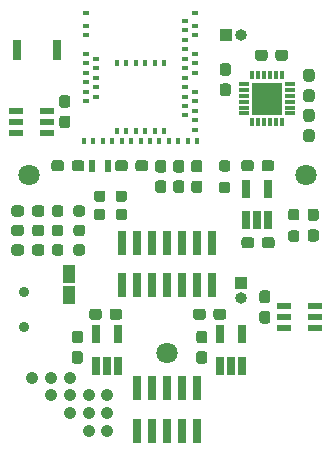
<source format=gbr>
%TF.GenerationSoftware,KiCad,Pcbnew,(5.1.8)-1*%
%TF.CreationDate,2021-09-07T20:43:03-04:00*%
%TF.ProjectId,mainboard_v1,6d61696e-626f-4617-9264-5f76312e6b69,rev?*%
%TF.SameCoordinates,Original*%
%TF.FileFunction,Soldermask,Top*%
%TF.FilePolarity,Negative*%
%FSLAX46Y46*%
G04 Gerber Fmt 4.6, Leading zero omitted, Abs format (unit mm)*
G04 Created by KiCad (PCBNEW (5.1.8)-1) date 2021-09-07 20:43:03*
%MOMM*%
%LPD*%
G01*
G04 APERTURE LIST*
%ADD10R,0.800000X1.700000*%
%ADD11C,1.050000*%
%ADD12R,0.760000X2.050000*%
%ADD13R,1.150000X0.600000*%
%ADD14C,1.800000*%
%ADD15O,1.000000X1.000000*%
%ADD16R,1.000000X1.000000*%
%ADD17R,1.100000X1.550000*%
%ADD18R,0.650000X1.560000*%
%ADD19R,0.600000X1.100000*%
%ADD20R,0.650000X2.150000*%
%ADD21R,0.850000X0.350000*%
%ADD22R,0.350000X0.800000*%
%ADD23R,2.600000X2.700000*%
%ADD24R,0.400000X0.600000*%
%ADD25R,0.600000X0.400000*%
%ADD26C,0.900000*%
G04 APERTURE END LIST*
D10*
%TO.C,S1*%
X180650000Y-97380000D03*
X177250000Y-97380000D03*
%TD*%
D11*
%TO.C,J20*%
X181720000Y-125130000D03*
%TD*%
%TO.C,J19*%
X180120000Y-125130000D03*
%TD*%
%TO.C,J18*%
X180120000Y-126630000D03*
%TD*%
%TO.C,J17*%
X178520000Y-125130000D03*
%TD*%
%TO.C,J16*%
X183320000Y-128130000D03*
%TD*%
%TO.C,J15*%
X183320000Y-126630000D03*
%TD*%
%TO.C,J14*%
X184920000Y-128130000D03*
%TD*%
%TO.C,J13*%
X181720000Y-128130000D03*
%TD*%
%TO.C,J12*%
X183320000Y-129630000D03*
%TD*%
%TO.C,J11*%
X184920000Y-126630000D03*
%TD*%
%TO.C,J10*%
X184920000Y-129630000D03*
%TD*%
%TO.C,J9*%
X181720000Y-126630000D03*
%TD*%
D12*
%TO.C,J6*%
X186190000Y-117275000D03*
X186190000Y-113725000D03*
X187460000Y-117275000D03*
X187460000Y-113725000D03*
X188730000Y-117275000D03*
X188730000Y-113725000D03*
X190000000Y-117275000D03*
X190000000Y-113725000D03*
X191270000Y-117275000D03*
X191270000Y-113725000D03*
X192540000Y-117275000D03*
X192540000Y-113725000D03*
X193810000Y-117275000D03*
X193810000Y-113725000D03*
%TD*%
D13*
%TO.C,IC2*%
X199910000Y-120950000D03*
X199910000Y-120000000D03*
X199910000Y-119050000D03*
X202510000Y-119050000D03*
X202510000Y-120000000D03*
X202510000Y-120950000D03*
%TD*%
%TO.C,IC1*%
X179810000Y-102510000D03*
X179810000Y-103460000D03*
X179810000Y-104410000D03*
X177210000Y-104410000D03*
X177210000Y-103460000D03*
X177210000Y-102510000D03*
%TD*%
D14*
%TO.C,H1*%
X190000000Y-123000000D03*
%TD*%
D15*
%TO.C,J4*%
X196230000Y-96070000D03*
D16*
X194960000Y-96070000D03*
%TD*%
D17*
%TO.C,C9*%
X181680000Y-116380000D03*
X181680000Y-118080000D03*
%TD*%
D18*
%TO.C,U7*%
X194430000Y-121430000D03*
X196330000Y-121430000D03*
X196330000Y-124130000D03*
X195380000Y-124130000D03*
X194430000Y-124130000D03*
%TD*%
%TO.C,C18*%
G36*
G01*
X192672500Y-122875000D02*
X193147500Y-122875000D01*
G75*
G02*
X193385000Y-123112500I0J-237500D01*
G01*
X193385000Y-123712500D01*
G75*
G02*
X193147500Y-123950000I-237500J0D01*
G01*
X192672500Y-123950000D01*
G75*
G02*
X192435000Y-123712500I0J237500D01*
G01*
X192435000Y-123112500D01*
G75*
G02*
X192672500Y-122875000I237500J0D01*
G01*
G37*
G36*
G01*
X192672500Y-121150000D02*
X193147500Y-121150000D01*
G75*
G02*
X193385000Y-121387500I0J-237500D01*
G01*
X193385000Y-121987500D01*
G75*
G02*
X193147500Y-122225000I-237500J0D01*
G01*
X192672500Y-122225000D01*
G75*
G02*
X192435000Y-121987500I0J237500D01*
G01*
X192435000Y-121387500D01*
G75*
G02*
X192672500Y-121150000I237500J0D01*
G01*
G37*
%TD*%
%TO.C,C17*%
G36*
G01*
X193895000Y-119997500D02*
X193895000Y-119522500D01*
G75*
G02*
X194132500Y-119285000I237500J0D01*
G01*
X194732500Y-119285000D01*
G75*
G02*
X194970000Y-119522500I0J-237500D01*
G01*
X194970000Y-119997500D01*
G75*
G02*
X194732500Y-120235000I-237500J0D01*
G01*
X194132500Y-120235000D01*
G75*
G02*
X193895000Y-119997500I0J237500D01*
G01*
G37*
G36*
G01*
X192170000Y-119997500D02*
X192170000Y-119522500D01*
G75*
G02*
X192407500Y-119285000I237500J0D01*
G01*
X193007500Y-119285000D01*
G75*
G02*
X193245000Y-119522500I0J-237500D01*
G01*
X193245000Y-119997500D01*
G75*
G02*
X193007500Y-120235000I-237500J0D01*
G01*
X192407500Y-120235000D01*
G75*
G02*
X192170000Y-119997500I0J237500D01*
G01*
G37*
%TD*%
D19*
%TO.C,XTAL1*%
X185010000Y-107180000D03*
X183610000Y-107180000D03*
%TD*%
%TO.C,C16*%
G36*
G01*
X197995000Y-113927500D02*
X197995000Y-113452500D01*
G75*
G02*
X198232500Y-113215000I237500J0D01*
G01*
X198832500Y-113215000D01*
G75*
G02*
X199070000Y-113452500I0J-237500D01*
G01*
X199070000Y-113927500D01*
G75*
G02*
X198832500Y-114165000I-237500J0D01*
G01*
X198232500Y-114165000D01*
G75*
G02*
X197995000Y-113927500I0J237500D01*
G01*
G37*
G36*
G01*
X196270000Y-113927500D02*
X196270000Y-113452500D01*
G75*
G02*
X196507500Y-113215000I237500J0D01*
G01*
X197107500Y-113215000D01*
G75*
G02*
X197345000Y-113452500I0J-237500D01*
G01*
X197345000Y-113927500D01*
G75*
G02*
X197107500Y-114165000I-237500J0D01*
G01*
X196507500Y-114165000D01*
G75*
G02*
X196270000Y-113927500I0J237500D01*
G01*
G37*
%TD*%
%TO.C,C15*%
G36*
G01*
X197965000Y-107417500D02*
X197965000Y-106942500D01*
G75*
G02*
X198202500Y-106705000I237500J0D01*
G01*
X198802500Y-106705000D01*
G75*
G02*
X199040000Y-106942500I0J-237500D01*
G01*
X199040000Y-107417500D01*
G75*
G02*
X198802500Y-107655000I-237500J0D01*
G01*
X198202500Y-107655000D01*
G75*
G02*
X197965000Y-107417500I0J237500D01*
G01*
G37*
G36*
G01*
X196240000Y-107417500D02*
X196240000Y-106942500D01*
G75*
G02*
X196477500Y-106705000I237500J0D01*
G01*
X197077500Y-106705000D01*
G75*
G02*
X197315000Y-106942500I0J-237500D01*
G01*
X197315000Y-107417500D01*
G75*
G02*
X197077500Y-107655000I-237500J0D01*
G01*
X196477500Y-107655000D01*
G75*
G02*
X196240000Y-107417500I0J237500D01*
G01*
G37*
%TD*%
%TO.C,C14*%
G36*
G01*
X191197500Y-107765000D02*
X190722500Y-107765000D01*
G75*
G02*
X190485000Y-107527500I0J237500D01*
G01*
X190485000Y-106927500D01*
G75*
G02*
X190722500Y-106690000I237500J0D01*
G01*
X191197500Y-106690000D01*
G75*
G02*
X191435000Y-106927500I0J-237500D01*
G01*
X191435000Y-107527500D01*
G75*
G02*
X191197500Y-107765000I-237500J0D01*
G01*
G37*
G36*
G01*
X191197500Y-109490000D02*
X190722500Y-109490000D01*
G75*
G02*
X190485000Y-109252500I0J237500D01*
G01*
X190485000Y-108652500D01*
G75*
G02*
X190722500Y-108415000I237500J0D01*
G01*
X191197500Y-108415000D01*
G75*
G02*
X191435000Y-108652500I0J-237500D01*
G01*
X191435000Y-109252500D01*
G75*
G02*
X191197500Y-109490000I-237500J0D01*
G01*
G37*
%TD*%
D14*
%TO.C,H3*%
X201750000Y-108000000D03*
%TD*%
%TO.C,H2*%
X178250000Y-108000000D03*
%TD*%
D20*
%TO.C,J5*%
X187460000Y-129675000D03*
X188730000Y-129675000D03*
X190000000Y-129675000D03*
X191270000Y-129675000D03*
X192540000Y-129675000D03*
X187460000Y-126025000D03*
X188730000Y-126025000D03*
X190000000Y-126025000D03*
X191270000Y-126025000D03*
X192540000Y-126025000D03*
%TD*%
%TO.C,C12*%
G36*
G01*
X181072500Y-102925000D02*
X181547500Y-102925000D01*
G75*
G02*
X181785000Y-103162500I0J-237500D01*
G01*
X181785000Y-103762500D01*
G75*
G02*
X181547500Y-104000000I-237500J0D01*
G01*
X181072500Y-104000000D01*
G75*
G02*
X180835000Y-103762500I0J237500D01*
G01*
X180835000Y-103162500D01*
G75*
G02*
X181072500Y-102925000I237500J0D01*
G01*
G37*
G36*
G01*
X181072500Y-101200000D02*
X181547500Y-101200000D01*
G75*
G02*
X181785000Y-101437500I0J-237500D01*
G01*
X181785000Y-102037500D01*
G75*
G02*
X181547500Y-102275000I-237500J0D01*
G01*
X181072500Y-102275000D01*
G75*
G02*
X180835000Y-102037500I0J237500D01*
G01*
X180835000Y-101437500D01*
G75*
G02*
X181072500Y-101200000I237500J0D01*
G01*
G37*
%TD*%
%TO.C,C8*%
G36*
G01*
X198012500Y-119465000D02*
X198487500Y-119465000D01*
G75*
G02*
X198725000Y-119702500I0J-237500D01*
G01*
X198725000Y-120302500D01*
G75*
G02*
X198487500Y-120540000I-237500J0D01*
G01*
X198012500Y-120540000D01*
G75*
G02*
X197775000Y-120302500I0J237500D01*
G01*
X197775000Y-119702500D01*
G75*
G02*
X198012500Y-119465000I237500J0D01*
G01*
G37*
G36*
G01*
X198012500Y-117740000D02*
X198487500Y-117740000D01*
G75*
G02*
X198725000Y-117977500I0J-237500D01*
G01*
X198725000Y-118577500D01*
G75*
G02*
X198487500Y-118815000I-237500J0D01*
G01*
X198012500Y-118815000D01*
G75*
G02*
X197775000Y-118577500I0J237500D01*
G01*
X197775000Y-117977500D01*
G75*
G02*
X198012500Y-117740000I237500J0D01*
G01*
G37*
%TD*%
D21*
%TO.C,U5*%
X196455000Y-102750000D03*
X196455000Y-102250000D03*
X196455000Y-101750000D03*
X196455000Y-101250000D03*
X196455000Y-100750000D03*
X196455000Y-100250000D03*
D22*
X197180000Y-99500000D03*
X197680000Y-99500000D03*
X198180000Y-99500000D03*
X198680000Y-99500000D03*
X199180000Y-99500000D03*
X199680000Y-99500000D03*
D21*
X200405000Y-100250000D03*
X200405000Y-100750000D03*
X200405000Y-101250000D03*
X200405000Y-101750000D03*
X200405000Y-102250000D03*
X200405000Y-102750000D03*
D22*
X199680000Y-103500000D03*
X199180000Y-103500000D03*
X198680000Y-103500000D03*
X198180000Y-103500000D03*
X197680000Y-103500000D03*
D23*
X198430000Y-101500000D03*
D22*
X197180000Y-103500000D03*
%TD*%
%TO.C,C7*%
G36*
G01*
X194662500Y-100215000D02*
X195137500Y-100215000D01*
G75*
G02*
X195375000Y-100452500I0J-237500D01*
G01*
X195375000Y-101052500D01*
G75*
G02*
X195137500Y-101290000I-237500J0D01*
G01*
X194662500Y-101290000D01*
G75*
G02*
X194425000Y-101052500I0J237500D01*
G01*
X194425000Y-100452500D01*
G75*
G02*
X194662500Y-100215000I237500J0D01*
G01*
G37*
G36*
G01*
X194662500Y-98490000D02*
X195137500Y-98490000D01*
G75*
G02*
X195375000Y-98727500I0J-237500D01*
G01*
X195375000Y-99327500D01*
G75*
G02*
X195137500Y-99565000I-237500J0D01*
G01*
X194662500Y-99565000D01*
G75*
G02*
X194425000Y-99327500I0J237500D01*
G01*
X194425000Y-98727500D01*
G75*
G02*
X194662500Y-98490000I237500J0D01*
G01*
G37*
%TD*%
%TO.C,C4*%
G36*
G01*
X201742500Y-100705000D02*
X202217500Y-100705000D01*
G75*
G02*
X202455000Y-100942500I0J-237500D01*
G01*
X202455000Y-101542500D01*
G75*
G02*
X202217500Y-101780000I-237500J0D01*
G01*
X201742500Y-101780000D01*
G75*
G02*
X201505000Y-101542500I0J237500D01*
G01*
X201505000Y-100942500D01*
G75*
G02*
X201742500Y-100705000I237500J0D01*
G01*
G37*
G36*
G01*
X201742500Y-98980000D02*
X202217500Y-98980000D01*
G75*
G02*
X202455000Y-99217500I0J-237500D01*
G01*
X202455000Y-99817500D01*
G75*
G02*
X202217500Y-100055000I-237500J0D01*
G01*
X201742500Y-100055000D01*
G75*
G02*
X201505000Y-99817500I0J237500D01*
G01*
X201505000Y-99217500D01*
G75*
G02*
X201742500Y-98980000I237500J0D01*
G01*
G37*
%TD*%
%TO.C,C3*%
G36*
G01*
X202217500Y-103455000D02*
X201742500Y-103455000D01*
G75*
G02*
X201505000Y-103217500I0J237500D01*
G01*
X201505000Y-102617500D01*
G75*
G02*
X201742500Y-102380000I237500J0D01*
G01*
X202217500Y-102380000D01*
G75*
G02*
X202455000Y-102617500I0J-237500D01*
G01*
X202455000Y-103217500D01*
G75*
G02*
X202217500Y-103455000I-237500J0D01*
G01*
G37*
G36*
G01*
X202217500Y-105180000D02*
X201742500Y-105180000D01*
G75*
G02*
X201505000Y-104942500I0J237500D01*
G01*
X201505000Y-104342500D01*
G75*
G02*
X201742500Y-104105000I237500J0D01*
G01*
X202217500Y-104105000D01*
G75*
G02*
X202455000Y-104342500I0J-237500D01*
G01*
X202455000Y-104942500D01*
G75*
G02*
X202217500Y-105180000I-237500J0D01*
G01*
G37*
%TD*%
%TO.C,C1*%
G36*
G01*
X199135000Y-98057500D02*
X199135000Y-97582500D01*
G75*
G02*
X199372500Y-97345000I237500J0D01*
G01*
X199972500Y-97345000D01*
G75*
G02*
X200210000Y-97582500I0J-237500D01*
G01*
X200210000Y-98057500D01*
G75*
G02*
X199972500Y-98295000I-237500J0D01*
G01*
X199372500Y-98295000D01*
G75*
G02*
X199135000Y-98057500I0J237500D01*
G01*
G37*
G36*
G01*
X197410000Y-98057500D02*
X197410000Y-97582500D01*
G75*
G02*
X197647500Y-97345000I237500J0D01*
G01*
X198247500Y-97345000D01*
G75*
G02*
X198485000Y-97582500I0J-237500D01*
G01*
X198485000Y-98057500D01*
G75*
G02*
X198247500Y-98295000I-237500J0D01*
G01*
X197647500Y-98295000D01*
G75*
G02*
X197410000Y-98057500I0J237500D01*
G01*
G37*
%TD*%
D18*
%TO.C,U4*%
X183910000Y-121420000D03*
X185810000Y-121420000D03*
X185810000Y-124120000D03*
X184860000Y-124120000D03*
X183910000Y-124120000D03*
%TD*%
%TO.C,U3*%
X196630000Y-109110000D03*
X198530000Y-109110000D03*
X198530000Y-111810000D03*
X197580000Y-111810000D03*
X196630000Y-111810000D03*
%TD*%
D24*
%TO.C,U1*%
X189720000Y-98520000D03*
X188920000Y-98520000D03*
X188120000Y-98520000D03*
X187320000Y-98520000D03*
X186520000Y-98520000D03*
X185720000Y-98520000D03*
D25*
X192370000Y-94220000D03*
X191470000Y-94920000D03*
X192370000Y-95320000D03*
X191470000Y-95720000D03*
X192370000Y-96120000D03*
X191470000Y-96520000D03*
X191470000Y-97320000D03*
X192370000Y-97720000D03*
X191470000Y-98120000D03*
X192370000Y-98520000D03*
X191470000Y-98920000D03*
X192370000Y-99320000D03*
X191470000Y-99720000D03*
X191470000Y-100520000D03*
X192370000Y-100920000D03*
X191470000Y-101320000D03*
X192370000Y-101720000D03*
X191470000Y-102120000D03*
X192370000Y-102520000D03*
X191470000Y-102920000D03*
X192370000Y-103320000D03*
X192370000Y-104120000D03*
D24*
X192520000Y-105120000D03*
X191720000Y-105120000D03*
X190920000Y-105120000D03*
X190120000Y-105120000D03*
X189720000Y-104220000D03*
X189320000Y-105120000D03*
X188920000Y-104220000D03*
X188520000Y-105120000D03*
X188120000Y-104220000D03*
X187720000Y-105120000D03*
X187320000Y-104220000D03*
X186920000Y-105120000D03*
X186520000Y-104220000D03*
X186120000Y-105120000D03*
X185720000Y-104220000D03*
X185320000Y-105120000D03*
X184520000Y-105120000D03*
X183720000Y-105120000D03*
X182920000Y-105120000D03*
D25*
X183070000Y-101720000D03*
X183970000Y-101320000D03*
X183070000Y-100920000D03*
X183970000Y-100520000D03*
X183070000Y-100120000D03*
X183970000Y-99720000D03*
X183070000Y-99320000D03*
X183970000Y-98920000D03*
X183070000Y-98520000D03*
X183970000Y-98120000D03*
X183070000Y-97720000D03*
X183070000Y-96120000D03*
X183070000Y-95320000D03*
X183070000Y-94220000D03*
%TD*%
%TO.C,C2*%
G36*
G01*
X189677500Y-107765000D02*
X189202500Y-107765000D01*
G75*
G02*
X188965000Y-107527500I0J237500D01*
G01*
X188965000Y-106927500D01*
G75*
G02*
X189202500Y-106690000I237500J0D01*
G01*
X189677500Y-106690000D01*
G75*
G02*
X189915000Y-106927500I0J-237500D01*
G01*
X189915000Y-107527500D01*
G75*
G02*
X189677500Y-107765000I-237500J0D01*
G01*
G37*
G36*
G01*
X189677500Y-109490000D02*
X189202500Y-109490000D01*
G75*
G02*
X188965000Y-109252500I0J237500D01*
G01*
X188965000Y-108652500D01*
G75*
G02*
X189202500Y-108415000I237500J0D01*
G01*
X189677500Y-108415000D01*
G75*
G02*
X189915000Y-108652500I0J-237500D01*
G01*
X189915000Y-109252500D01*
G75*
G02*
X189677500Y-109490000I-237500J0D01*
G01*
G37*
%TD*%
%TO.C,C5*%
G36*
G01*
X181245000Y-106942500D02*
X181245000Y-107417500D01*
G75*
G02*
X181007500Y-107655000I-237500J0D01*
G01*
X180407500Y-107655000D01*
G75*
G02*
X180170000Y-107417500I0J237500D01*
G01*
X180170000Y-106942500D01*
G75*
G02*
X180407500Y-106705000I237500J0D01*
G01*
X181007500Y-106705000D01*
G75*
G02*
X181245000Y-106942500I0J-237500D01*
G01*
G37*
G36*
G01*
X182970000Y-106942500D02*
X182970000Y-107417500D01*
G75*
G02*
X182732500Y-107655000I-237500J0D01*
G01*
X182132500Y-107655000D01*
G75*
G02*
X181895000Y-107417500I0J237500D01*
G01*
X181895000Y-106942500D01*
G75*
G02*
X182132500Y-106705000I237500J0D01*
G01*
X182732500Y-106705000D01*
G75*
G02*
X182970000Y-106942500I0J-237500D01*
G01*
G37*
%TD*%
%TO.C,C6*%
G36*
G01*
X185570000Y-107417500D02*
X185570000Y-106942500D01*
G75*
G02*
X185807500Y-106705000I237500J0D01*
G01*
X186407500Y-106705000D01*
G75*
G02*
X186645000Y-106942500I0J-237500D01*
G01*
X186645000Y-107417500D01*
G75*
G02*
X186407500Y-107655000I-237500J0D01*
G01*
X185807500Y-107655000D01*
G75*
G02*
X185570000Y-107417500I0J237500D01*
G01*
G37*
G36*
G01*
X187295000Y-107417500D02*
X187295000Y-106942500D01*
G75*
G02*
X187532500Y-106705000I237500J0D01*
G01*
X188132500Y-106705000D01*
G75*
G02*
X188370000Y-106942500I0J-237500D01*
G01*
X188370000Y-107417500D01*
G75*
G02*
X188132500Y-107655000I-237500J0D01*
G01*
X187532500Y-107655000D01*
G75*
G02*
X187295000Y-107417500I0J237500D01*
G01*
G37*
%TD*%
%TO.C,C10*%
G36*
G01*
X184445000Y-119512500D02*
X184445000Y-119987500D01*
G75*
G02*
X184207500Y-120225000I-237500J0D01*
G01*
X183607500Y-120225000D01*
G75*
G02*
X183370000Y-119987500I0J237500D01*
G01*
X183370000Y-119512500D01*
G75*
G02*
X183607500Y-119275000I237500J0D01*
G01*
X184207500Y-119275000D01*
G75*
G02*
X184445000Y-119512500I0J-237500D01*
G01*
G37*
G36*
G01*
X186170000Y-119512500D02*
X186170000Y-119987500D01*
G75*
G02*
X185932500Y-120225000I-237500J0D01*
G01*
X185332500Y-120225000D01*
G75*
G02*
X185095000Y-119987500I0J237500D01*
G01*
X185095000Y-119512500D01*
G75*
G02*
X185332500Y-119275000I237500J0D01*
G01*
X185932500Y-119275000D01*
G75*
G02*
X186170000Y-119512500I0J-237500D01*
G01*
G37*
%TD*%
%TO.C,C11*%
G36*
G01*
X182132500Y-121140000D02*
X182607500Y-121140000D01*
G75*
G02*
X182845000Y-121377500I0J-237500D01*
G01*
X182845000Y-121977500D01*
G75*
G02*
X182607500Y-122215000I-237500J0D01*
G01*
X182132500Y-122215000D01*
G75*
G02*
X181895000Y-121977500I0J237500D01*
G01*
X181895000Y-121377500D01*
G75*
G02*
X182132500Y-121140000I237500J0D01*
G01*
G37*
G36*
G01*
X182132500Y-122865000D02*
X182607500Y-122865000D01*
G75*
G02*
X182845000Y-123102500I0J-237500D01*
G01*
X182845000Y-123702500D01*
G75*
G02*
X182607500Y-123940000I-237500J0D01*
G01*
X182132500Y-123940000D01*
G75*
G02*
X181895000Y-123702500I0J237500D01*
G01*
X181895000Y-123102500D01*
G75*
G02*
X182132500Y-122865000I237500J0D01*
G01*
G37*
%TD*%
%TO.C,D1*%
G36*
G01*
X176790000Y-111247500D02*
X176790000Y-110772500D01*
G75*
G02*
X177027500Y-110535000I237500J0D01*
G01*
X177602500Y-110535000D01*
G75*
G02*
X177840000Y-110772500I0J-237500D01*
G01*
X177840000Y-111247500D01*
G75*
G02*
X177602500Y-111485000I-237500J0D01*
G01*
X177027500Y-111485000D01*
G75*
G02*
X176790000Y-111247500I0J237500D01*
G01*
G37*
G36*
G01*
X178540000Y-111247500D02*
X178540000Y-110772500D01*
G75*
G02*
X178777500Y-110535000I237500J0D01*
G01*
X179352500Y-110535000D01*
G75*
G02*
X179590000Y-110772500I0J-237500D01*
G01*
X179590000Y-111247500D01*
G75*
G02*
X179352500Y-111485000I-237500J0D01*
G01*
X178777500Y-111485000D01*
G75*
G02*
X178540000Y-111247500I0J237500D01*
G01*
G37*
%TD*%
%TO.C,D2*%
G36*
G01*
X178540000Y-112897500D02*
X178540000Y-112422500D01*
G75*
G02*
X178777500Y-112185000I237500J0D01*
G01*
X179352500Y-112185000D01*
G75*
G02*
X179590000Y-112422500I0J-237500D01*
G01*
X179590000Y-112897500D01*
G75*
G02*
X179352500Y-113135000I-237500J0D01*
G01*
X178777500Y-113135000D01*
G75*
G02*
X178540000Y-112897500I0J237500D01*
G01*
G37*
G36*
G01*
X176790000Y-112897500D02*
X176790000Y-112422500D01*
G75*
G02*
X177027500Y-112185000I237500J0D01*
G01*
X177602500Y-112185000D01*
G75*
G02*
X177840000Y-112422500I0J-237500D01*
G01*
X177840000Y-112897500D01*
G75*
G02*
X177602500Y-113135000I-237500J0D01*
G01*
X177027500Y-113135000D01*
G75*
G02*
X176790000Y-112897500I0J237500D01*
G01*
G37*
%TD*%
%TO.C,D3*%
G36*
G01*
X176790000Y-114547500D02*
X176790000Y-114072500D01*
G75*
G02*
X177027500Y-113835000I237500J0D01*
G01*
X177602500Y-113835000D01*
G75*
G02*
X177840000Y-114072500I0J-237500D01*
G01*
X177840000Y-114547500D01*
G75*
G02*
X177602500Y-114785000I-237500J0D01*
G01*
X177027500Y-114785000D01*
G75*
G02*
X176790000Y-114547500I0J237500D01*
G01*
G37*
G36*
G01*
X178540000Y-114547500D02*
X178540000Y-114072500D01*
G75*
G02*
X178777500Y-113835000I237500J0D01*
G01*
X179352500Y-113835000D01*
G75*
G02*
X179590000Y-114072500I0J-237500D01*
G01*
X179590000Y-114547500D01*
G75*
G02*
X179352500Y-114785000I-237500J0D01*
G01*
X178777500Y-114785000D01*
G75*
G02*
X178540000Y-114547500I0J237500D01*
G01*
G37*
%TD*%
%TO.C,D4*%
G36*
G01*
X202577500Y-111860000D02*
X202102500Y-111860000D01*
G75*
G02*
X201865000Y-111622500I0J237500D01*
G01*
X201865000Y-111047500D01*
G75*
G02*
X202102500Y-110810000I237500J0D01*
G01*
X202577500Y-110810000D01*
G75*
G02*
X202815000Y-111047500I0J-237500D01*
G01*
X202815000Y-111622500D01*
G75*
G02*
X202577500Y-111860000I-237500J0D01*
G01*
G37*
G36*
G01*
X202577500Y-113610000D02*
X202102500Y-113610000D01*
G75*
G02*
X201865000Y-113372500I0J237500D01*
G01*
X201865000Y-112797500D01*
G75*
G02*
X202102500Y-112560000I237500J0D01*
G01*
X202577500Y-112560000D01*
G75*
G02*
X202815000Y-112797500I0J-237500D01*
G01*
X202815000Y-113372500D01*
G75*
G02*
X202577500Y-113610000I-237500J0D01*
G01*
G37*
%TD*%
D16*
%TO.C,J1*%
X196230000Y-117130000D03*
D15*
X196230000Y-118400000D03*
%TD*%
%TO.C,L1*%
G36*
G01*
X192717500Y-109490000D02*
X192242500Y-109490000D01*
G75*
G02*
X192005000Y-109252500I0J237500D01*
G01*
X192005000Y-108677500D01*
G75*
G02*
X192242500Y-108440000I237500J0D01*
G01*
X192717500Y-108440000D01*
G75*
G02*
X192955000Y-108677500I0J-237500D01*
G01*
X192955000Y-109252500D01*
G75*
G02*
X192717500Y-109490000I-237500J0D01*
G01*
G37*
G36*
G01*
X192717500Y-107740000D02*
X192242500Y-107740000D01*
G75*
G02*
X192005000Y-107502500I0J237500D01*
G01*
X192005000Y-106927500D01*
G75*
G02*
X192242500Y-106690000I237500J0D01*
G01*
X192717500Y-106690000D01*
G75*
G02*
X192955000Y-106927500I0J-237500D01*
G01*
X192955000Y-107502500D01*
G75*
G02*
X192717500Y-107740000I-237500J0D01*
G01*
G37*
%TD*%
%TO.C,R1*%
G36*
G01*
X186580000Y-111072500D02*
X186580000Y-111547500D01*
G75*
G02*
X186342500Y-111785000I-237500J0D01*
G01*
X185842500Y-111785000D01*
G75*
G02*
X185605000Y-111547500I0J237500D01*
G01*
X185605000Y-111072500D01*
G75*
G02*
X185842500Y-110835000I237500J0D01*
G01*
X186342500Y-110835000D01*
G75*
G02*
X186580000Y-111072500I0J-237500D01*
G01*
G37*
G36*
G01*
X184755000Y-111072500D02*
X184755000Y-111547500D01*
G75*
G02*
X184517500Y-111785000I-237500J0D01*
G01*
X184017500Y-111785000D01*
G75*
G02*
X183780000Y-111547500I0J237500D01*
G01*
X183780000Y-111072500D01*
G75*
G02*
X184017500Y-110835000I237500J0D01*
G01*
X184517500Y-110835000D01*
G75*
G02*
X184755000Y-111072500I0J-237500D01*
G01*
G37*
%TD*%
%TO.C,R2*%
G36*
G01*
X185605000Y-110007500D02*
X185605000Y-109532500D01*
G75*
G02*
X185842500Y-109295000I237500J0D01*
G01*
X186342500Y-109295000D01*
G75*
G02*
X186580000Y-109532500I0J-237500D01*
G01*
X186580000Y-110007500D01*
G75*
G02*
X186342500Y-110245000I-237500J0D01*
G01*
X185842500Y-110245000D01*
G75*
G02*
X185605000Y-110007500I0J237500D01*
G01*
G37*
G36*
G01*
X183780000Y-110007500D02*
X183780000Y-109532500D01*
G75*
G02*
X184017500Y-109295000I237500J0D01*
G01*
X184517500Y-109295000D01*
G75*
G02*
X184755000Y-109532500I0J-237500D01*
G01*
X184755000Y-110007500D01*
G75*
G02*
X184517500Y-110245000I-237500J0D01*
G01*
X184017500Y-110245000D01*
G75*
G02*
X183780000Y-110007500I0J237500D01*
G01*
G37*
%TD*%
%TO.C,R3*%
G36*
G01*
X180220000Y-111247500D02*
X180220000Y-110772500D01*
G75*
G02*
X180457500Y-110535000I237500J0D01*
G01*
X180957500Y-110535000D01*
G75*
G02*
X181195000Y-110772500I0J-237500D01*
G01*
X181195000Y-111247500D01*
G75*
G02*
X180957500Y-111485000I-237500J0D01*
G01*
X180457500Y-111485000D01*
G75*
G02*
X180220000Y-111247500I0J237500D01*
G01*
G37*
G36*
G01*
X182045000Y-111247500D02*
X182045000Y-110772500D01*
G75*
G02*
X182282500Y-110535000I237500J0D01*
G01*
X182782500Y-110535000D01*
G75*
G02*
X183020000Y-110772500I0J-237500D01*
G01*
X183020000Y-111247500D01*
G75*
G02*
X182782500Y-111485000I-237500J0D01*
G01*
X182282500Y-111485000D01*
G75*
G02*
X182045000Y-111247500I0J237500D01*
G01*
G37*
%TD*%
%TO.C,R4*%
G36*
G01*
X182045000Y-112897500D02*
X182045000Y-112422500D01*
G75*
G02*
X182282500Y-112185000I237500J0D01*
G01*
X182782500Y-112185000D01*
G75*
G02*
X183020000Y-112422500I0J-237500D01*
G01*
X183020000Y-112897500D01*
G75*
G02*
X182782500Y-113135000I-237500J0D01*
G01*
X182282500Y-113135000D01*
G75*
G02*
X182045000Y-112897500I0J237500D01*
G01*
G37*
G36*
G01*
X180220000Y-112897500D02*
X180220000Y-112422500D01*
G75*
G02*
X180457500Y-112185000I237500J0D01*
G01*
X180957500Y-112185000D01*
G75*
G02*
X181195000Y-112422500I0J-237500D01*
G01*
X181195000Y-112897500D01*
G75*
G02*
X180957500Y-113135000I-237500J0D01*
G01*
X180457500Y-113135000D01*
G75*
G02*
X180220000Y-112897500I0J237500D01*
G01*
G37*
%TD*%
%TO.C,R5*%
G36*
G01*
X181195000Y-114072500D02*
X181195000Y-114547500D01*
G75*
G02*
X180957500Y-114785000I-237500J0D01*
G01*
X180457500Y-114785000D01*
G75*
G02*
X180220000Y-114547500I0J237500D01*
G01*
X180220000Y-114072500D01*
G75*
G02*
X180457500Y-113835000I237500J0D01*
G01*
X180957500Y-113835000D01*
G75*
G02*
X181195000Y-114072500I0J-237500D01*
G01*
G37*
G36*
G01*
X183020000Y-114072500D02*
X183020000Y-114547500D01*
G75*
G02*
X182782500Y-114785000I-237500J0D01*
G01*
X182282500Y-114785000D01*
G75*
G02*
X182045000Y-114547500I0J237500D01*
G01*
X182045000Y-114072500D01*
G75*
G02*
X182282500Y-113835000I237500J0D01*
G01*
X182782500Y-113835000D01*
G75*
G02*
X183020000Y-114072500I0J-237500D01*
G01*
G37*
%TD*%
%TO.C,R6*%
G36*
G01*
X195077500Y-109500000D02*
X194602500Y-109500000D01*
G75*
G02*
X194365000Y-109262500I0J237500D01*
G01*
X194365000Y-108762500D01*
G75*
G02*
X194602500Y-108525000I237500J0D01*
G01*
X195077500Y-108525000D01*
G75*
G02*
X195315000Y-108762500I0J-237500D01*
G01*
X195315000Y-109262500D01*
G75*
G02*
X195077500Y-109500000I-237500J0D01*
G01*
G37*
G36*
G01*
X195077500Y-107675000D02*
X194602500Y-107675000D01*
G75*
G02*
X194365000Y-107437500I0J237500D01*
G01*
X194365000Y-106937500D01*
G75*
G02*
X194602500Y-106700000I237500J0D01*
G01*
X195077500Y-106700000D01*
G75*
G02*
X195315000Y-106937500I0J-237500D01*
G01*
X195315000Y-107437500D01*
G75*
G02*
X195077500Y-107675000I-237500J0D01*
G01*
G37*
%TD*%
%TO.C,R7*%
G36*
G01*
X200927500Y-111807500D02*
X200452500Y-111807500D01*
G75*
G02*
X200215000Y-111570000I0J237500D01*
G01*
X200215000Y-111070000D01*
G75*
G02*
X200452500Y-110832500I237500J0D01*
G01*
X200927500Y-110832500D01*
G75*
G02*
X201165000Y-111070000I0J-237500D01*
G01*
X201165000Y-111570000D01*
G75*
G02*
X200927500Y-111807500I-237500J0D01*
G01*
G37*
G36*
G01*
X200927500Y-113632500D02*
X200452500Y-113632500D01*
G75*
G02*
X200215000Y-113395000I0J237500D01*
G01*
X200215000Y-112895000D01*
G75*
G02*
X200452500Y-112657500I237500J0D01*
G01*
X200927500Y-112657500D01*
G75*
G02*
X201165000Y-112895000I0J-237500D01*
G01*
X201165000Y-113395000D01*
G75*
G02*
X200927500Y-113632500I-237500J0D01*
G01*
G37*
%TD*%
D26*
%TO.C,SW1*%
X177850000Y-120870000D03*
X177850000Y-117870000D03*
%TD*%
M02*

</source>
